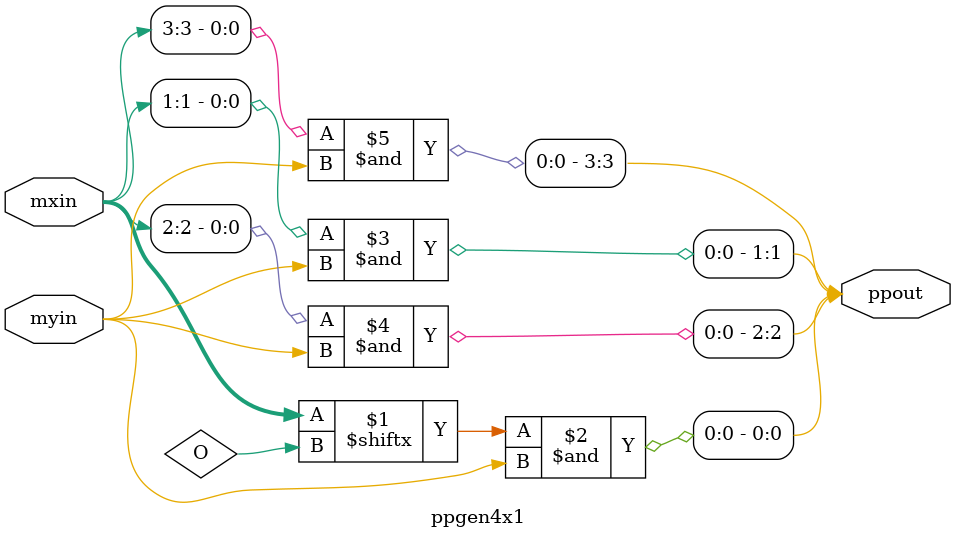
<source format=v>
module ppgen4x1 (mxin, myin, ppout);
input[3:0] mxin;
input myin;
output[3:0] ppout;

and(ppout[0], mxin[O], myin);
and(ppout[1], mxin[1], myin);
and(ppout[2], mxin[2], myin);
and(ppout[3], mxin[3], myin);
endmodule
</source>
